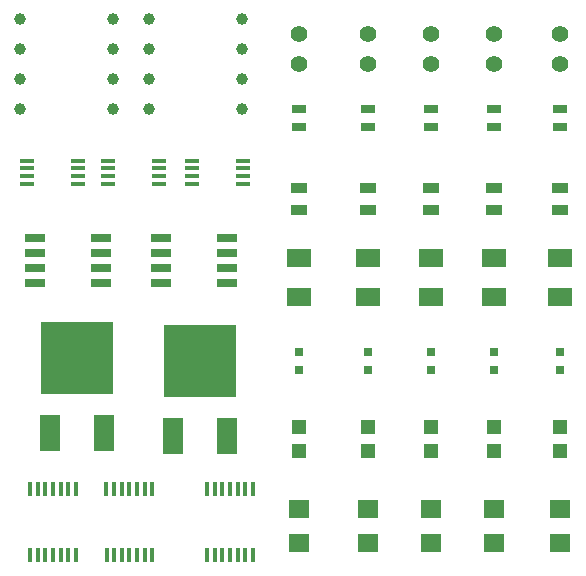
<source format=gts>
G04 (created by PCBNEW (2013-07-07 BZR 4022)-stable) date 1/30/2014 9:36:02 PM*
%MOIN*%
G04 Gerber Fmt 3.4, Leading zero omitted, Abs format*
%FSLAX34Y34*%
G01*
G70*
G90*
G04 APERTURE LIST*
%ADD10C,0.00590551*%
%ADD11R,0.08X0.06*%
%ADD12R,0.055X0.035*%
%ADD13R,0.045X0.025*%
%ADD14C,0.055*%
%ADD15R,0.05X0.015*%
%ADD16R,0.0709X0.0629*%
%ADD17R,0.0472X0.0472*%
%ADD18R,0.0314X0.0314*%
%ADD19C,0.0393701*%
%ADD20R,0.0688976X0.0255906*%
%ADD21R,0.065X0.12*%
%ADD22R,0.24X0.24*%
%ADD23R,0.0118X0.0512*%
G04 APERTURE END LIST*
G54D10*
G54D11*
X86200Y-55750D03*
X86200Y-57050D03*
X90600Y-55750D03*
X90600Y-57050D03*
X92700Y-55750D03*
X92700Y-57050D03*
X88500Y-55750D03*
X88500Y-57050D03*
X94900Y-55750D03*
X94900Y-57050D03*
G54D12*
X88500Y-53425D03*
X88500Y-54175D03*
X86200Y-53425D03*
X86200Y-54175D03*
X94900Y-53425D03*
X94900Y-54175D03*
X92700Y-53425D03*
X92700Y-54175D03*
X90600Y-53425D03*
X90600Y-54175D03*
G54D13*
X94900Y-50800D03*
X94900Y-51400D03*
X92700Y-50800D03*
X92700Y-51400D03*
X90600Y-50800D03*
X90600Y-51400D03*
X88500Y-50800D03*
X88500Y-51400D03*
X86200Y-50800D03*
X86200Y-51400D03*
G54D14*
X92700Y-48300D03*
X92700Y-49300D03*
X88500Y-48300D03*
X88500Y-49300D03*
X86200Y-48300D03*
X86200Y-49300D03*
X90600Y-48300D03*
X90600Y-49300D03*
X94900Y-48300D03*
X94900Y-49300D03*
G54D15*
X82650Y-52516D03*
X82650Y-52772D03*
X82650Y-53028D03*
X82650Y-53284D03*
X84350Y-53284D03*
X84350Y-53028D03*
X84350Y-52772D03*
X84350Y-52516D03*
X79850Y-52516D03*
X79850Y-52772D03*
X79850Y-53028D03*
X79850Y-53284D03*
X81550Y-53284D03*
X81550Y-53028D03*
X81550Y-52772D03*
X81550Y-52516D03*
G54D16*
X86200Y-64141D03*
X86200Y-65259D03*
X88500Y-64141D03*
X88500Y-65259D03*
X90600Y-64141D03*
X90600Y-65259D03*
X94900Y-64141D03*
X94900Y-65259D03*
X92700Y-64141D03*
X92700Y-65259D03*
G54D17*
X94900Y-61387D03*
X94900Y-62213D03*
X90600Y-61387D03*
X90600Y-62213D03*
X92700Y-61387D03*
X92700Y-62213D03*
X88500Y-61387D03*
X88500Y-62213D03*
X86200Y-61387D03*
X86200Y-62213D03*
G54D18*
X94900Y-58905D03*
X94900Y-59495D03*
X90600Y-58905D03*
X90600Y-59495D03*
X92700Y-58905D03*
X92700Y-59495D03*
X88500Y-58905D03*
X88500Y-59495D03*
X86200Y-58905D03*
X86200Y-59495D03*
G54D19*
X81200Y-47800D03*
X81200Y-48800D03*
X81200Y-49800D03*
X81200Y-50800D03*
X84300Y-50800D03*
X84300Y-49800D03*
X84300Y-48800D03*
X84300Y-47800D03*
X76900Y-47800D03*
X76900Y-48800D03*
X76900Y-49800D03*
X76900Y-50800D03*
X80000Y-50800D03*
X80000Y-49800D03*
X80000Y-48800D03*
X80000Y-47800D03*
G54D15*
X77150Y-52516D03*
X77150Y-52772D03*
X77150Y-53028D03*
X77150Y-53284D03*
X78850Y-53284D03*
X78850Y-53028D03*
X78850Y-52772D03*
X78850Y-52516D03*
G54D20*
X81600Y-55100D03*
X81600Y-55600D03*
X81600Y-56100D03*
X81600Y-56600D03*
X83804Y-56600D03*
X83804Y-56100D03*
X83804Y-55600D03*
X83804Y-55100D03*
X77400Y-55100D03*
X77400Y-55600D03*
X77400Y-56100D03*
X77400Y-56600D03*
X79604Y-56600D03*
X79604Y-56100D03*
X79604Y-55600D03*
X79604Y-55100D03*
G54D21*
X77900Y-61600D03*
G54D22*
X78800Y-59100D03*
G54D21*
X79700Y-61600D03*
X82000Y-61700D03*
G54D22*
X82900Y-59200D03*
G54D21*
X83800Y-61700D03*
G54D23*
X77240Y-65650D03*
X77490Y-65650D03*
X77750Y-65650D03*
X78000Y-65650D03*
X78260Y-65650D03*
X78515Y-65650D03*
X78770Y-65650D03*
X78770Y-63450D03*
X78515Y-63450D03*
X78260Y-63450D03*
X78000Y-63450D03*
X77745Y-63450D03*
X77490Y-63450D03*
X77235Y-63450D03*
X79790Y-65650D03*
X80040Y-65650D03*
X80300Y-65650D03*
X80550Y-65650D03*
X80810Y-65650D03*
X81065Y-65650D03*
X81320Y-65650D03*
X81320Y-63450D03*
X81065Y-63450D03*
X80810Y-63450D03*
X80550Y-63450D03*
X80295Y-63450D03*
X80040Y-63450D03*
X79785Y-63450D03*
X83140Y-65650D03*
X83390Y-65650D03*
X83650Y-65650D03*
X83900Y-65650D03*
X84160Y-65650D03*
X84415Y-65650D03*
X84670Y-65650D03*
X84670Y-63450D03*
X84415Y-63450D03*
X84160Y-63450D03*
X83900Y-63450D03*
X83645Y-63450D03*
X83390Y-63450D03*
X83135Y-63450D03*
M02*

</source>
